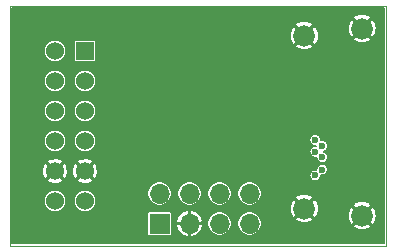
<source format=gbr>
G04 #@! TF.GenerationSoftware,KiCad,Pcbnew,5.1.9*
G04 #@! TF.CreationDate,2021-01-31T15:24:44-06:00*
G04 #@! TF.ProjectId,hdmi_pmod,68646d69-5f70-46d6-9f64-2e6b69636164,rev?*
G04 #@! TF.SameCoordinates,Original*
G04 #@! TF.FileFunction,Copper,L3,Inr*
G04 #@! TF.FilePolarity,Positive*
%FSLAX46Y46*%
G04 Gerber Fmt 4.6, Leading zero omitted, Abs format (unit mm)*
G04 Created by KiCad (PCBNEW 5.1.9) date 2021-01-31 15:24:44*
%MOMM*%
%LPD*%
G01*
G04 APERTURE LIST*
G04 #@! TA.AperFunction,Profile*
%ADD10C,0.038100*%
G04 #@! TD*
G04 #@! TA.AperFunction,ComponentPad*
%ADD11R,1.700000X1.700000*%
G04 #@! TD*
G04 #@! TA.AperFunction,ComponentPad*
%ADD12O,1.700000X1.700000*%
G04 #@! TD*
G04 #@! TA.AperFunction,ComponentPad*
%ADD13C,1.524000*%
G04 #@! TD*
G04 #@! TA.AperFunction,ComponentPad*
%ADD14R,1.524000X1.524000*%
G04 #@! TD*
G04 #@! TA.AperFunction,ComponentPad*
%ADD15C,1.828800*%
G04 #@! TD*
G04 #@! TA.AperFunction,ViaPad*
%ADD16C,0.600000*%
G04 #@! TD*
G04 #@! TA.AperFunction,Conductor*
%ADD17C,0.127000*%
G04 #@! TD*
G04 #@! TA.AperFunction,Conductor*
%ADD18C,0.100000*%
G04 #@! TD*
G04 APERTURE END LIST*
D10*
X116700000Y-84200000D02*
X84836000Y-84201000D01*
X116700000Y-63880000D02*
X116700000Y-84200000D01*
X84836000Y-63881000D02*
X116700000Y-63880000D01*
X84836000Y-84201000D02*
X84836000Y-63881000D01*
D11*
G04 #@! TO.N,+5V*
G04 #@! TO.C,J1*
X97525000Y-82325000D03*
D12*
G04 #@! TO.N,+3V3*
X97525000Y-79785000D03*
G04 #@! TO.N,GND*
X100065000Y-82325000D03*
G04 #@! TO.N,/CEC*
X100065000Y-79785000D03*
G04 #@! TO.N,/HEAC+*
X102605000Y-82325000D03*
G04 #@! TO.N,/SCL*
X102605000Y-79785000D03*
G04 #@! TO.N,/HEAC-*
X105145000Y-82325000D03*
G04 #@! TO.N,/SDA*
X105145000Y-79785000D03*
G04 #@! TD*
D13*
G04 #@! TO.N,+3V3*
G04 #@! TO.C,PMOD0*
X88671001Y-80416001D03*
X91211001Y-80416001D03*
G04 #@! TO.N,GND*
X88671001Y-77876001D03*
X91211001Y-77876001D03*
G04 #@! TO.N,/TMDS_R-*
X88671001Y-75336001D03*
G04 #@! TO.N,/TMDS_CLK-*
X91211001Y-75336001D03*
G04 #@! TO.N,/TMDS_R+*
X88671001Y-72796001D03*
G04 #@! TO.N,/TMDS_CLK+*
X91211001Y-72796001D03*
G04 #@! TO.N,/TMDS_B-*
X88671001Y-70256001D03*
G04 #@! TO.N,/TMDS_G-*
X91211001Y-70256001D03*
G04 #@! TO.N,/TMDS_B+*
X88671001Y-67716001D03*
D14*
G04 #@! TO.N,/TMDS_G+*
X91211001Y-67716001D03*
G04 #@! TD*
D15*
G04 #@! TO.N,GND*
G04 #@! TO.C,J0*
X109778800Y-66407020D03*
X109778800Y-81056978D03*
X114678790Y-65806945D03*
X114678790Y-81657053D03*
G04 #@! TD*
D16*
G04 #@! TO.N,GND*
X110700000Y-77250000D03*
X110700000Y-74250000D03*
X110700000Y-72750000D03*
X110700000Y-71250000D03*
X110700000Y-69800000D03*
X105100000Y-77200000D03*
G04 #@! TO.N,/CEC*
X110700000Y-75241500D03*
G04 #@! TO.N,/HEAC+*
X111300000Y-75750000D03*
G04 #@! TO.N,/SCL*
X110700000Y-76241488D03*
G04 #@! TO.N,/SDA*
X111300000Y-76700000D03*
G04 #@! TO.N,+5V*
X111300000Y-77750000D03*
G04 #@! TO.N,/HEAC-*
X110700000Y-78250000D03*
G04 #@! TD*
D17*
G04 #@! TO.N,GND*
X116490451Y-83990457D02*
X85045550Y-83991444D01*
X85045550Y-81475000D01*
X96483579Y-81475000D01*
X96483579Y-83175000D01*
X96487257Y-83212344D01*
X96498150Y-83248254D01*
X96515839Y-83281348D01*
X96539645Y-83310355D01*
X96568652Y-83334161D01*
X96601746Y-83351850D01*
X96637656Y-83362743D01*
X96675000Y-83366421D01*
X98375000Y-83366421D01*
X98412344Y-83362743D01*
X98448254Y-83351850D01*
X98481348Y-83334161D01*
X98510355Y-83310355D01*
X98534161Y-83281348D01*
X98551850Y-83248254D01*
X98562743Y-83212344D01*
X98566421Y-83175000D01*
X98566421Y-82570086D01*
X98923511Y-82570086D01*
X98993258Y-82788070D01*
X99104192Y-82988259D01*
X99252049Y-83162959D01*
X99431147Y-83305457D01*
X99634604Y-83410276D01*
X99819915Y-83466486D01*
X100001500Y-83411271D01*
X100001500Y-82388500D01*
X100128500Y-82388500D01*
X100128500Y-83411271D01*
X100310085Y-83466486D01*
X100495396Y-83410276D01*
X100698853Y-83305457D01*
X100877951Y-83162959D01*
X101025808Y-82988259D01*
X101136742Y-82788070D01*
X101206489Y-82570086D01*
X101151400Y-82388500D01*
X100128500Y-82388500D01*
X100001500Y-82388500D01*
X98978600Y-82388500D01*
X98923511Y-82570086D01*
X98566421Y-82570086D01*
X98566421Y-82079914D01*
X98923511Y-82079914D01*
X98978600Y-82261500D01*
X100001500Y-82261500D01*
X100001500Y-81238729D01*
X100128500Y-81238729D01*
X100128500Y-82261500D01*
X101151400Y-82261500D01*
X101163225Y-82222520D01*
X101564500Y-82222520D01*
X101564500Y-82427480D01*
X101604485Y-82628503D01*
X101682920Y-82817862D01*
X101796791Y-82988280D01*
X101941720Y-83133209D01*
X102112138Y-83247080D01*
X102301497Y-83325515D01*
X102502520Y-83365500D01*
X102707480Y-83365500D01*
X102908503Y-83325515D01*
X103097862Y-83247080D01*
X103268280Y-83133209D01*
X103413209Y-82988280D01*
X103527080Y-82817862D01*
X103605515Y-82628503D01*
X103645500Y-82427480D01*
X103645500Y-82222520D01*
X104104500Y-82222520D01*
X104104500Y-82427480D01*
X104144485Y-82628503D01*
X104222920Y-82817862D01*
X104336791Y-82988280D01*
X104481720Y-83133209D01*
X104652138Y-83247080D01*
X104841497Y-83325515D01*
X105042520Y-83365500D01*
X105247480Y-83365500D01*
X105448503Y-83325515D01*
X105637862Y-83247080D01*
X105808280Y-83133209D01*
X105953209Y-82988280D01*
X106067080Y-82817862D01*
X106145515Y-82628503D01*
X106167117Y-82519896D01*
X113905750Y-82519896D01*
X114003524Y-82694509D01*
X114218897Y-82806312D01*
X114451943Y-82873950D01*
X114693706Y-82894823D01*
X114934896Y-82868130D01*
X115166244Y-82794895D01*
X115354056Y-82694509D01*
X115451830Y-82519896D01*
X114678790Y-81746856D01*
X113905750Y-82519896D01*
X106167117Y-82519896D01*
X106185500Y-82427480D01*
X106185500Y-82222520D01*
X106145515Y-82021497D01*
X106103400Y-81919821D01*
X109005760Y-81919821D01*
X109103534Y-82094434D01*
X109318907Y-82206237D01*
X109551953Y-82273875D01*
X109793716Y-82294748D01*
X110034906Y-82268055D01*
X110266254Y-82194820D01*
X110454066Y-82094434D01*
X110551840Y-81919821D01*
X109778800Y-81146781D01*
X109005760Y-81919821D01*
X106103400Y-81919821D01*
X106067080Y-81832138D01*
X105953209Y-81661720D01*
X105808280Y-81516791D01*
X105637862Y-81402920D01*
X105448503Y-81324485D01*
X105247480Y-81284500D01*
X105042520Y-81284500D01*
X104841497Y-81324485D01*
X104652138Y-81402920D01*
X104481720Y-81516791D01*
X104336791Y-81661720D01*
X104222920Y-81832138D01*
X104144485Y-82021497D01*
X104104500Y-82222520D01*
X103645500Y-82222520D01*
X103605515Y-82021497D01*
X103527080Y-81832138D01*
X103413209Y-81661720D01*
X103268280Y-81516791D01*
X103097862Y-81402920D01*
X102908503Y-81324485D01*
X102707480Y-81284500D01*
X102502520Y-81284500D01*
X102301497Y-81324485D01*
X102112138Y-81402920D01*
X101941720Y-81516791D01*
X101796791Y-81661720D01*
X101682920Y-81832138D01*
X101604485Y-82021497D01*
X101564500Y-82222520D01*
X101163225Y-82222520D01*
X101206489Y-82079914D01*
X101136742Y-81861930D01*
X101025808Y-81661741D01*
X100877951Y-81487041D01*
X100698853Y-81344543D01*
X100495396Y-81239724D01*
X100310085Y-81183514D01*
X100128500Y-81238729D01*
X100001500Y-81238729D01*
X99819915Y-81183514D01*
X99634604Y-81239724D01*
X99431147Y-81344543D01*
X99252049Y-81487041D01*
X99104192Y-81661741D01*
X98993258Y-81861930D01*
X98923511Y-82079914D01*
X98566421Y-82079914D01*
X98566421Y-81475000D01*
X98562743Y-81437656D01*
X98551850Y-81401746D01*
X98534161Y-81368652D01*
X98510355Y-81339645D01*
X98481348Y-81315839D01*
X98448254Y-81298150D01*
X98412344Y-81287257D01*
X98375000Y-81283579D01*
X96675000Y-81283579D01*
X96637656Y-81287257D01*
X96601746Y-81298150D01*
X96568652Y-81315839D01*
X96539645Y-81339645D01*
X96515839Y-81368652D01*
X96498150Y-81401746D01*
X96487257Y-81437656D01*
X96483579Y-81475000D01*
X85045550Y-81475000D01*
X85045550Y-80322188D01*
X87718501Y-80322188D01*
X87718501Y-80509814D01*
X87755105Y-80693835D01*
X87826906Y-80867179D01*
X87931146Y-81023185D01*
X88063817Y-81155856D01*
X88219823Y-81260096D01*
X88393167Y-81331897D01*
X88577188Y-81368501D01*
X88764814Y-81368501D01*
X88948835Y-81331897D01*
X89122179Y-81260096D01*
X89278185Y-81155856D01*
X89410856Y-81023185D01*
X89515096Y-80867179D01*
X89586897Y-80693835D01*
X89623501Y-80509814D01*
X89623501Y-80322188D01*
X90258501Y-80322188D01*
X90258501Y-80509814D01*
X90295105Y-80693835D01*
X90366906Y-80867179D01*
X90471146Y-81023185D01*
X90603817Y-81155856D01*
X90759823Y-81260096D01*
X90933167Y-81331897D01*
X91117188Y-81368501D01*
X91304814Y-81368501D01*
X91488835Y-81331897D01*
X91662179Y-81260096D01*
X91818185Y-81155856D01*
X91902147Y-81071894D01*
X108541030Y-81071894D01*
X108567723Y-81313084D01*
X108640958Y-81544432D01*
X108741344Y-81732244D01*
X108915957Y-81830018D01*
X109688997Y-81056978D01*
X109868603Y-81056978D01*
X110641643Y-81830018D01*
X110816256Y-81732244D01*
X110847545Y-81671969D01*
X113441020Y-81671969D01*
X113467713Y-81913159D01*
X113540948Y-82144507D01*
X113641334Y-82332319D01*
X113815947Y-82430093D01*
X114588987Y-81657053D01*
X114768593Y-81657053D01*
X115541633Y-82430093D01*
X115716246Y-82332319D01*
X115828049Y-82116946D01*
X115895687Y-81883900D01*
X115916560Y-81642137D01*
X115889867Y-81400947D01*
X115816632Y-81169599D01*
X115716246Y-80981787D01*
X115541633Y-80884013D01*
X114768593Y-81657053D01*
X114588987Y-81657053D01*
X113815947Y-80884013D01*
X113641334Y-80981787D01*
X113529531Y-81197160D01*
X113461893Y-81430206D01*
X113441020Y-81671969D01*
X110847545Y-81671969D01*
X110928059Y-81516871D01*
X110995697Y-81283825D01*
X111016570Y-81042062D01*
X110989877Y-80800872D01*
X110987769Y-80794210D01*
X113905750Y-80794210D01*
X114678790Y-81567250D01*
X115451830Y-80794210D01*
X115354056Y-80619597D01*
X115138683Y-80507794D01*
X114905637Y-80440156D01*
X114663874Y-80419283D01*
X114422684Y-80445976D01*
X114191336Y-80519211D01*
X114003524Y-80619597D01*
X113905750Y-80794210D01*
X110987769Y-80794210D01*
X110916642Y-80569524D01*
X110816256Y-80381712D01*
X110641643Y-80283938D01*
X109868603Y-81056978D01*
X109688997Y-81056978D01*
X108915957Y-80283938D01*
X108741344Y-80381712D01*
X108629541Y-80597085D01*
X108561903Y-80830131D01*
X108541030Y-81071894D01*
X91902147Y-81071894D01*
X91950856Y-81023185D01*
X92055096Y-80867179D01*
X92126897Y-80693835D01*
X92163501Y-80509814D01*
X92163501Y-80322188D01*
X92126897Y-80138167D01*
X92055096Y-79964823D01*
X91950856Y-79808817D01*
X91824559Y-79682520D01*
X96484500Y-79682520D01*
X96484500Y-79887480D01*
X96524485Y-80088503D01*
X96602920Y-80277862D01*
X96716791Y-80448280D01*
X96861720Y-80593209D01*
X97032138Y-80707080D01*
X97221497Y-80785515D01*
X97422520Y-80825500D01*
X97627480Y-80825500D01*
X97828503Y-80785515D01*
X98017862Y-80707080D01*
X98188280Y-80593209D01*
X98333209Y-80448280D01*
X98447080Y-80277862D01*
X98525515Y-80088503D01*
X98565500Y-79887480D01*
X98565500Y-79682520D01*
X99024500Y-79682520D01*
X99024500Y-79887480D01*
X99064485Y-80088503D01*
X99142920Y-80277862D01*
X99256791Y-80448280D01*
X99401720Y-80593209D01*
X99572138Y-80707080D01*
X99761497Y-80785515D01*
X99962520Y-80825500D01*
X100167480Y-80825500D01*
X100368503Y-80785515D01*
X100557862Y-80707080D01*
X100728280Y-80593209D01*
X100873209Y-80448280D01*
X100987080Y-80277862D01*
X101065515Y-80088503D01*
X101105500Y-79887480D01*
X101105500Y-79682520D01*
X101564500Y-79682520D01*
X101564500Y-79887480D01*
X101604485Y-80088503D01*
X101682920Y-80277862D01*
X101796791Y-80448280D01*
X101941720Y-80593209D01*
X102112138Y-80707080D01*
X102301497Y-80785515D01*
X102502520Y-80825500D01*
X102707480Y-80825500D01*
X102908503Y-80785515D01*
X103097862Y-80707080D01*
X103268280Y-80593209D01*
X103413209Y-80448280D01*
X103527080Y-80277862D01*
X103605515Y-80088503D01*
X103645500Y-79887480D01*
X103645500Y-79682520D01*
X104104500Y-79682520D01*
X104104500Y-79887480D01*
X104144485Y-80088503D01*
X104222920Y-80277862D01*
X104336791Y-80448280D01*
X104481720Y-80593209D01*
X104652138Y-80707080D01*
X104841497Y-80785515D01*
X105042520Y-80825500D01*
X105247480Y-80825500D01*
X105448503Y-80785515D01*
X105637862Y-80707080D01*
X105808280Y-80593209D01*
X105953209Y-80448280D01*
X106067080Y-80277862D01*
X106101760Y-80194135D01*
X109005760Y-80194135D01*
X109778800Y-80967175D01*
X110551840Y-80194135D01*
X110454066Y-80019522D01*
X110238693Y-79907719D01*
X110005647Y-79840081D01*
X109763884Y-79819208D01*
X109522694Y-79845901D01*
X109291346Y-79919136D01*
X109103534Y-80019522D01*
X109005760Y-80194135D01*
X106101760Y-80194135D01*
X106145515Y-80088503D01*
X106185500Y-79887480D01*
X106185500Y-79682520D01*
X106145515Y-79481497D01*
X106067080Y-79292138D01*
X105953209Y-79121720D01*
X105808280Y-78976791D01*
X105637862Y-78862920D01*
X105448503Y-78784485D01*
X105247480Y-78744500D01*
X105042520Y-78744500D01*
X104841497Y-78784485D01*
X104652138Y-78862920D01*
X104481720Y-78976791D01*
X104336791Y-79121720D01*
X104222920Y-79292138D01*
X104144485Y-79481497D01*
X104104500Y-79682520D01*
X103645500Y-79682520D01*
X103605515Y-79481497D01*
X103527080Y-79292138D01*
X103413209Y-79121720D01*
X103268280Y-78976791D01*
X103097862Y-78862920D01*
X102908503Y-78784485D01*
X102707480Y-78744500D01*
X102502520Y-78744500D01*
X102301497Y-78784485D01*
X102112138Y-78862920D01*
X101941720Y-78976791D01*
X101796791Y-79121720D01*
X101682920Y-79292138D01*
X101604485Y-79481497D01*
X101564500Y-79682520D01*
X101105500Y-79682520D01*
X101065515Y-79481497D01*
X100987080Y-79292138D01*
X100873209Y-79121720D01*
X100728280Y-78976791D01*
X100557862Y-78862920D01*
X100368503Y-78784485D01*
X100167480Y-78744500D01*
X99962520Y-78744500D01*
X99761497Y-78784485D01*
X99572138Y-78862920D01*
X99401720Y-78976791D01*
X99256791Y-79121720D01*
X99142920Y-79292138D01*
X99064485Y-79481497D01*
X99024500Y-79682520D01*
X98565500Y-79682520D01*
X98525515Y-79481497D01*
X98447080Y-79292138D01*
X98333209Y-79121720D01*
X98188280Y-78976791D01*
X98017862Y-78862920D01*
X97828503Y-78784485D01*
X97627480Y-78744500D01*
X97422520Y-78744500D01*
X97221497Y-78784485D01*
X97032138Y-78862920D01*
X96861720Y-78976791D01*
X96716791Y-79121720D01*
X96602920Y-79292138D01*
X96524485Y-79481497D01*
X96484500Y-79682520D01*
X91824559Y-79682520D01*
X91818185Y-79676146D01*
X91662179Y-79571906D01*
X91488835Y-79500105D01*
X91304814Y-79463501D01*
X91117188Y-79463501D01*
X90933167Y-79500105D01*
X90759823Y-79571906D01*
X90603817Y-79676146D01*
X90471146Y-79808817D01*
X90366906Y-79964823D01*
X90295105Y-80138167D01*
X90258501Y-80322188D01*
X89623501Y-80322188D01*
X89586897Y-80138167D01*
X89515096Y-79964823D01*
X89410856Y-79808817D01*
X89278185Y-79676146D01*
X89122179Y-79571906D01*
X88948835Y-79500105D01*
X88764814Y-79463501D01*
X88577188Y-79463501D01*
X88393167Y-79500105D01*
X88219823Y-79571906D01*
X88063817Y-79676146D01*
X87931146Y-79808817D01*
X87826906Y-79964823D01*
X87755105Y-80138167D01*
X87718501Y-80322188D01*
X85045550Y-80322188D01*
X85045550Y-78630372D01*
X88006433Y-78630372D01*
X88085882Y-78789380D01*
X88275316Y-78885981D01*
X88479956Y-78943769D01*
X88691938Y-78960523D01*
X88903116Y-78935599D01*
X89105373Y-78869956D01*
X89256120Y-78789380D01*
X89335569Y-78630372D01*
X90546433Y-78630372D01*
X90625882Y-78789380D01*
X90815316Y-78885981D01*
X91019956Y-78943769D01*
X91231938Y-78960523D01*
X91443116Y-78935599D01*
X91645373Y-78869956D01*
X91796120Y-78789380D01*
X91875569Y-78630372D01*
X91211001Y-77965804D01*
X90546433Y-78630372D01*
X89335569Y-78630372D01*
X88671001Y-77965804D01*
X88006433Y-78630372D01*
X85045550Y-78630372D01*
X85045550Y-77896938D01*
X87586479Y-77896938D01*
X87611403Y-78108116D01*
X87677046Y-78310373D01*
X87757622Y-78461120D01*
X87916630Y-78540569D01*
X88581198Y-77876001D01*
X88760804Y-77876001D01*
X89425372Y-78540569D01*
X89584380Y-78461120D01*
X89680981Y-78271686D01*
X89738769Y-78067046D01*
X89752213Y-77896938D01*
X90126479Y-77896938D01*
X90151403Y-78108116D01*
X90217046Y-78310373D01*
X90297622Y-78461120D01*
X90456630Y-78540569D01*
X91121198Y-77876001D01*
X91300804Y-77876001D01*
X91965372Y-78540569D01*
X92124380Y-78461120D01*
X92220981Y-78271686D01*
X92240747Y-78201690D01*
X110209500Y-78201690D01*
X110209500Y-78298310D01*
X110228350Y-78393073D01*
X110265325Y-78482339D01*
X110319004Y-78562675D01*
X110387325Y-78630996D01*
X110467661Y-78684675D01*
X110556927Y-78721650D01*
X110651690Y-78740500D01*
X110748310Y-78740500D01*
X110843073Y-78721650D01*
X110932339Y-78684675D01*
X111012675Y-78630996D01*
X111080996Y-78562675D01*
X111134675Y-78482339D01*
X111171650Y-78393073D01*
X111190500Y-78298310D01*
X111190500Y-78228328D01*
X111251690Y-78240500D01*
X111348310Y-78240500D01*
X111443073Y-78221650D01*
X111532339Y-78184675D01*
X111612675Y-78130996D01*
X111680996Y-78062675D01*
X111734675Y-77982339D01*
X111771650Y-77893073D01*
X111790500Y-77798310D01*
X111790500Y-77701690D01*
X111771650Y-77606927D01*
X111734675Y-77517661D01*
X111680996Y-77437325D01*
X111612675Y-77369004D01*
X111532339Y-77315325D01*
X111443073Y-77278350D01*
X111348310Y-77259500D01*
X111251690Y-77259500D01*
X111156927Y-77278350D01*
X111067661Y-77315325D01*
X110987325Y-77369004D01*
X110919004Y-77437325D01*
X110865325Y-77517661D01*
X110828350Y-77606927D01*
X110809500Y-77701690D01*
X110809500Y-77771672D01*
X110748310Y-77759500D01*
X110651690Y-77759500D01*
X110556927Y-77778350D01*
X110467661Y-77815325D01*
X110387325Y-77869004D01*
X110319004Y-77937325D01*
X110265325Y-78017661D01*
X110228350Y-78106927D01*
X110209500Y-78201690D01*
X92240747Y-78201690D01*
X92278769Y-78067046D01*
X92295523Y-77855064D01*
X92270599Y-77643886D01*
X92204956Y-77441629D01*
X92124380Y-77290882D01*
X91965372Y-77211433D01*
X91300804Y-77876001D01*
X91121198Y-77876001D01*
X90456630Y-77211433D01*
X90297622Y-77290882D01*
X90201021Y-77480316D01*
X90143233Y-77684956D01*
X90126479Y-77896938D01*
X89752213Y-77896938D01*
X89755523Y-77855064D01*
X89730599Y-77643886D01*
X89664956Y-77441629D01*
X89584380Y-77290882D01*
X89425372Y-77211433D01*
X88760804Y-77876001D01*
X88581198Y-77876001D01*
X87916630Y-77211433D01*
X87757622Y-77290882D01*
X87661021Y-77480316D01*
X87603233Y-77684956D01*
X87586479Y-77896938D01*
X85045550Y-77896938D01*
X85045550Y-77121630D01*
X88006433Y-77121630D01*
X88671001Y-77786198D01*
X89335569Y-77121630D01*
X90546433Y-77121630D01*
X91211001Y-77786198D01*
X91875569Y-77121630D01*
X91796120Y-76962622D01*
X91606686Y-76866021D01*
X91402046Y-76808233D01*
X91190064Y-76791479D01*
X90978886Y-76816403D01*
X90776629Y-76882046D01*
X90625882Y-76962622D01*
X90546433Y-77121630D01*
X89335569Y-77121630D01*
X89256120Y-76962622D01*
X89066686Y-76866021D01*
X88862046Y-76808233D01*
X88650064Y-76791479D01*
X88438886Y-76816403D01*
X88236629Y-76882046D01*
X88085882Y-76962622D01*
X88006433Y-77121630D01*
X85045550Y-77121630D01*
X85045550Y-75242188D01*
X87718501Y-75242188D01*
X87718501Y-75429814D01*
X87755105Y-75613835D01*
X87826906Y-75787179D01*
X87931146Y-75943185D01*
X88063817Y-76075856D01*
X88219823Y-76180096D01*
X88393167Y-76251897D01*
X88577188Y-76288501D01*
X88764814Y-76288501D01*
X88948835Y-76251897D01*
X89122179Y-76180096D01*
X89278185Y-76075856D01*
X89410856Y-75943185D01*
X89515096Y-75787179D01*
X89586897Y-75613835D01*
X89623501Y-75429814D01*
X89623501Y-75242188D01*
X90258501Y-75242188D01*
X90258501Y-75429814D01*
X90295105Y-75613835D01*
X90366906Y-75787179D01*
X90471146Y-75943185D01*
X90603817Y-76075856D01*
X90759823Y-76180096D01*
X90933167Y-76251897D01*
X91117188Y-76288501D01*
X91304814Y-76288501D01*
X91488835Y-76251897D01*
X91662179Y-76180096D01*
X91818185Y-76075856D01*
X91950856Y-75943185D01*
X92055096Y-75787179D01*
X92126897Y-75613835D01*
X92163501Y-75429814D01*
X92163501Y-75242188D01*
X92153755Y-75193190D01*
X110209500Y-75193190D01*
X110209500Y-75289810D01*
X110228350Y-75384573D01*
X110265325Y-75473839D01*
X110319004Y-75554175D01*
X110387325Y-75622496D01*
X110467661Y-75676175D01*
X110556927Y-75713150D01*
X110651690Y-75732000D01*
X110748310Y-75732000D01*
X110809500Y-75719828D01*
X110809500Y-75763160D01*
X110748310Y-75750988D01*
X110651690Y-75750988D01*
X110556927Y-75769838D01*
X110467661Y-75806813D01*
X110387325Y-75860492D01*
X110319004Y-75928813D01*
X110265325Y-76009149D01*
X110228350Y-76098415D01*
X110209500Y-76193178D01*
X110209500Y-76289798D01*
X110228350Y-76384561D01*
X110265325Y-76473827D01*
X110319004Y-76554163D01*
X110387325Y-76622484D01*
X110467661Y-76676163D01*
X110556927Y-76713138D01*
X110651690Y-76731988D01*
X110748310Y-76731988D01*
X110809500Y-76719816D01*
X110809500Y-76748310D01*
X110828350Y-76843073D01*
X110865325Y-76932339D01*
X110919004Y-77012675D01*
X110987325Y-77080996D01*
X111067661Y-77134675D01*
X111156927Y-77171650D01*
X111251690Y-77190500D01*
X111348310Y-77190500D01*
X111443073Y-77171650D01*
X111532339Y-77134675D01*
X111612675Y-77080996D01*
X111680996Y-77012675D01*
X111734675Y-76932339D01*
X111771650Y-76843073D01*
X111790500Y-76748310D01*
X111790500Y-76651690D01*
X111771650Y-76556927D01*
X111734675Y-76467661D01*
X111680996Y-76387325D01*
X111612675Y-76319004D01*
X111532339Y-76265325D01*
X111443073Y-76228350D01*
X111426232Y-76225000D01*
X111443073Y-76221650D01*
X111532339Y-76184675D01*
X111612675Y-76130996D01*
X111680996Y-76062675D01*
X111734675Y-75982339D01*
X111771650Y-75893073D01*
X111790500Y-75798310D01*
X111790500Y-75701690D01*
X111771650Y-75606927D01*
X111734675Y-75517661D01*
X111680996Y-75437325D01*
X111612675Y-75369004D01*
X111532339Y-75315325D01*
X111443073Y-75278350D01*
X111348310Y-75259500D01*
X111251690Y-75259500D01*
X111190500Y-75271672D01*
X111190500Y-75193190D01*
X111171650Y-75098427D01*
X111134675Y-75009161D01*
X111080996Y-74928825D01*
X111012675Y-74860504D01*
X110932339Y-74806825D01*
X110843073Y-74769850D01*
X110748310Y-74751000D01*
X110651690Y-74751000D01*
X110556927Y-74769850D01*
X110467661Y-74806825D01*
X110387325Y-74860504D01*
X110319004Y-74928825D01*
X110265325Y-75009161D01*
X110228350Y-75098427D01*
X110209500Y-75193190D01*
X92153755Y-75193190D01*
X92126897Y-75058167D01*
X92055096Y-74884823D01*
X91950856Y-74728817D01*
X91818185Y-74596146D01*
X91662179Y-74491906D01*
X91488835Y-74420105D01*
X91304814Y-74383501D01*
X91117188Y-74383501D01*
X90933167Y-74420105D01*
X90759823Y-74491906D01*
X90603817Y-74596146D01*
X90471146Y-74728817D01*
X90366906Y-74884823D01*
X90295105Y-75058167D01*
X90258501Y-75242188D01*
X89623501Y-75242188D01*
X89586897Y-75058167D01*
X89515096Y-74884823D01*
X89410856Y-74728817D01*
X89278185Y-74596146D01*
X89122179Y-74491906D01*
X88948835Y-74420105D01*
X88764814Y-74383501D01*
X88577188Y-74383501D01*
X88393167Y-74420105D01*
X88219823Y-74491906D01*
X88063817Y-74596146D01*
X87931146Y-74728817D01*
X87826906Y-74884823D01*
X87755105Y-75058167D01*
X87718501Y-75242188D01*
X85045550Y-75242188D01*
X85045550Y-72702188D01*
X87718501Y-72702188D01*
X87718501Y-72889814D01*
X87755105Y-73073835D01*
X87826906Y-73247179D01*
X87931146Y-73403185D01*
X88063817Y-73535856D01*
X88219823Y-73640096D01*
X88393167Y-73711897D01*
X88577188Y-73748501D01*
X88764814Y-73748501D01*
X88948835Y-73711897D01*
X89122179Y-73640096D01*
X89278185Y-73535856D01*
X89410856Y-73403185D01*
X89515096Y-73247179D01*
X89586897Y-73073835D01*
X89623501Y-72889814D01*
X89623501Y-72702188D01*
X90258501Y-72702188D01*
X90258501Y-72889814D01*
X90295105Y-73073835D01*
X90366906Y-73247179D01*
X90471146Y-73403185D01*
X90603817Y-73535856D01*
X90759823Y-73640096D01*
X90933167Y-73711897D01*
X91117188Y-73748501D01*
X91304814Y-73748501D01*
X91488835Y-73711897D01*
X91662179Y-73640096D01*
X91818185Y-73535856D01*
X91950856Y-73403185D01*
X92055096Y-73247179D01*
X92126897Y-73073835D01*
X92163501Y-72889814D01*
X92163501Y-72702188D01*
X92126897Y-72518167D01*
X92055096Y-72344823D01*
X91950856Y-72188817D01*
X91818185Y-72056146D01*
X91662179Y-71951906D01*
X91488835Y-71880105D01*
X91304814Y-71843501D01*
X91117188Y-71843501D01*
X90933167Y-71880105D01*
X90759823Y-71951906D01*
X90603817Y-72056146D01*
X90471146Y-72188817D01*
X90366906Y-72344823D01*
X90295105Y-72518167D01*
X90258501Y-72702188D01*
X89623501Y-72702188D01*
X89586897Y-72518167D01*
X89515096Y-72344823D01*
X89410856Y-72188817D01*
X89278185Y-72056146D01*
X89122179Y-71951906D01*
X88948835Y-71880105D01*
X88764814Y-71843501D01*
X88577188Y-71843501D01*
X88393167Y-71880105D01*
X88219823Y-71951906D01*
X88063817Y-72056146D01*
X87931146Y-72188817D01*
X87826906Y-72344823D01*
X87755105Y-72518167D01*
X87718501Y-72702188D01*
X85045550Y-72702188D01*
X85045550Y-70162188D01*
X87718501Y-70162188D01*
X87718501Y-70349814D01*
X87755105Y-70533835D01*
X87826906Y-70707179D01*
X87931146Y-70863185D01*
X88063817Y-70995856D01*
X88219823Y-71100096D01*
X88393167Y-71171897D01*
X88577188Y-71208501D01*
X88764814Y-71208501D01*
X88948835Y-71171897D01*
X89122179Y-71100096D01*
X89278185Y-70995856D01*
X89410856Y-70863185D01*
X89515096Y-70707179D01*
X89586897Y-70533835D01*
X89623501Y-70349814D01*
X89623501Y-70162188D01*
X90258501Y-70162188D01*
X90258501Y-70349814D01*
X90295105Y-70533835D01*
X90366906Y-70707179D01*
X90471146Y-70863185D01*
X90603817Y-70995856D01*
X90759823Y-71100096D01*
X90933167Y-71171897D01*
X91117188Y-71208501D01*
X91304814Y-71208501D01*
X91488835Y-71171897D01*
X91662179Y-71100096D01*
X91818185Y-70995856D01*
X91950856Y-70863185D01*
X92055096Y-70707179D01*
X92126897Y-70533835D01*
X92163501Y-70349814D01*
X92163501Y-70162188D01*
X92126897Y-69978167D01*
X92055096Y-69804823D01*
X91950856Y-69648817D01*
X91818185Y-69516146D01*
X91662179Y-69411906D01*
X91488835Y-69340105D01*
X91304814Y-69303501D01*
X91117188Y-69303501D01*
X90933167Y-69340105D01*
X90759823Y-69411906D01*
X90603817Y-69516146D01*
X90471146Y-69648817D01*
X90366906Y-69804823D01*
X90295105Y-69978167D01*
X90258501Y-70162188D01*
X89623501Y-70162188D01*
X89586897Y-69978167D01*
X89515096Y-69804823D01*
X89410856Y-69648817D01*
X89278185Y-69516146D01*
X89122179Y-69411906D01*
X88948835Y-69340105D01*
X88764814Y-69303501D01*
X88577188Y-69303501D01*
X88393167Y-69340105D01*
X88219823Y-69411906D01*
X88063817Y-69516146D01*
X87931146Y-69648817D01*
X87826906Y-69804823D01*
X87755105Y-69978167D01*
X87718501Y-70162188D01*
X85045550Y-70162188D01*
X85045550Y-67622188D01*
X87718501Y-67622188D01*
X87718501Y-67809814D01*
X87755105Y-67993835D01*
X87826906Y-68167179D01*
X87931146Y-68323185D01*
X88063817Y-68455856D01*
X88219823Y-68560096D01*
X88393167Y-68631897D01*
X88577188Y-68668501D01*
X88764814Y-68668501D01*
X88948835Y-68631897D01*
X89122179Y-68560096D01*
X89278185Y-68455856D01*
X89410856Y-68323185D01*
X89515096Y-68167179D01*
X89586897Y-67993835D01*
X89623501Y-67809814D01*
X89623501Y-67622188D01*
X89586897Y-67438167D01*
X89515096Y-67264823D01*
X89410856Y-67108817D01*
X89278185Y-66976146D01*
X89245043Y-66954001D01*
X90257580Y-66954001D01*
X90257580Y-68478001D01*
X90261258Y-68515345D01*
X90272151Y-68551255D01*
X90289840Y-68584349D01*
X90313646Y-68613356D01*
X90342653Y-68637162D01*
X90375747Y-68654851D01*
X90411657Y-68665744D01*
X90449001Y-68669422D01*
X91973001Y-68669422D01*
X92010345Y-68665744D01*
X92046255Y-68654851D01*
X92079349Y-68637162D01*
X92108356Y-68613356D01*
X92132162Y-68584349D01*
X92149851Y-68551255D01*
X92160744Y-68515345D01*
X92164422Y-68478001D01*
X92164422Y-67269863D01*
X109005760Y-67269863D01*
X109103534Y-67444476D01*
X109318907Y-67556279D01*
X109551953Y-67623917D01*
X109793716Y-67644790D01*
X110034906Y-67618097D01*
X110266254Y-67544862D01*
X110454066Y-67444476D01*
X110551840Y-67269863D01*
X109778800Y-66496823D01*
X109005760Y-67269863D01*
X92164422Y-67269863D01*
X92164422Y-66954001D01*
X92160744Y-66916657D01*
X92149851Y-66880747D01*
X92132162Y-66847653D01*
X92108356Y-66818646D01*
X92079349Y-66794840D01*
X92046255Y-66777151D01*
X92010345Y-66766258D01*
X91973001Y-66762580D01*
X90449001Y-66762580D01*
X90411657Y-66766258D01*
X90375747Y-66777151D01*
X90342653Y-66794840D01*
X90313646Y-66818646D01*
X90289840Y-66847653D01*
X90272151Y-66880747D01*
X90261258Y-66916657D01*
X90257580Y-66954001D01*
X89245043Y-66954001D01*
X89122179Y-66871906D01*
X88948835Y-66800105D01*
X88764814Y-66763501D01*
X88577188Y-66763501D01*
X88393167Y-66800105D01*
X88219823Y-66871906D01*
X88063817Y-66976146D01*
X87931146Y-67108817D01*
X87826906Y-67264823D01*
X87755105Y-67438167D01*
X87718501Y-67622188D01*
X85045550Y-67622188D01*
X85045550Y-66421936D01*
X108541030Y-66421936D01*
X108567723Y-66663126D01*
X108640958Y-66894474D01*
X108741344Y-67082286D01*
X108915957Y-67180060D01*
X109688997Y-66407020D01*
X109868603Y-66407020D01*
X110641643Y-67180060D01*
X110816256Y-67082286D01*
X110928059Y-66866913D01*
X110985271Y-66669788D01*
X113905750Y-66669788D01*
X114003524Y-66844401D01*
X114218897Y-66956204D01*
X114451943Y-67023842D01*
X114693706Y-67044715D01*
X114934896Y-67018022D01*
X115166244Y-66944787D01*
X115354056Y-66844401D01*
X115451830Y-66669788D01*
X114678790Y-65896748D01*
X113905750Y-66669788D01*
X110985271Y-66669788D01*
X110995697Y-66633867D01*
X111016570Y-66392104D01*
X110989877Y-66150914D01*
X110916642Y-65919566D01*
X110864419Y-65821861D01*
X113441020Y-65821861D01*
X113467713Y-66063051D01*
X113540948Y-66294399D01*
X113641334Y-66482211D01*
X113815947Y-66579985D01*
X114588987Y-65806945D01*
X114768593Y-65806945D01*
X115541633Y-66579985D01*
X115716246Y-66482211D01*
X115828049Y-66266838D01*
X115895687Y-66033792D01*
X115916560Y-65792029D01*
X115889867Y-65550839D01*
X115816632Y-65319491D01*
X115716246Y-65131679D01*
X115541633Y-65033905D01*
X114768593Y-65806945D01*
X114588987Y-65806945D01*
X113815947Y-65033905D01*
X113641334Y-65131679D01*
X113529531Y-65347052D01*
X113461893Y-65580098D01*
X113441020Y-65821861D01*
X110864419Y-65821861D01*
X110816256Y-65731754D01*
X110641643Y-65633980D01*
X109868603Y-66407020D01*
X109688997Y-66407020D01*
X108915957Y-65633980D01*
X108741344Y-65731754D01*
X108629541Y-65947127D01*
X108561903Y-66180173D01*
X108541030Y-66421936D01*
X85045550Y-66421936D01*
X85045550Y-65544177D01*
X109005760Y-65544177D01*
X109778800Y-66317217D01*
X110551840Y-65544177D01*
X110454066Y-65369564D01*
X110238693Y-65257761D01*
X110005647Y-65190123D01*
X109763884Y-65169250D01*
X109522694Y-65195943D01*
X109291346Y-65269178D01*
X109103534Y-65369564D01*
X109005760Y-65544177D01*
X85045550Y-65544177D01*
X85045550Y-64944102D01*
X113905750Y-64944102D01*
X114678790Y-65717142D01*
X115451830Y-64944102D01*
X115354056Y-64769489D01*
X115138683Y-64657686D01*
X114905637Y-64590048D01*
X114663874Y-64569175D01*
X114422684Y-64595868D01*
X114191336Y-64669103D01*
X114003524Y-64769489D01*
X113905750Y-64944102D01*
X85045550Y-64944102D01*
X85045550Y-64090543D01*
X116490450Y-64089556D01*
X116490451Y-83990457D01*
G04 #@! TA.AperFunction,Conductor*
D18*
G36*
X116490451Y-83990457D02*
G01*
X85045550Y-83991444D01*
X85045550Y-81475000D01*
X96483579Y-81475000D01*
X96483579Y-83175000D01*
X96487257Y-83212344D01*
X96498150Y-83248254D01*
X96515839Y-83281348D01*
X96539645Y-83310355D01*
X96568652Y-83334161D01*
X96601746Y-83351850D01*
X96637656Y-83362743D01*
X96675000Y-83366421D01*
X98375000Y-83366421D01*
X98412344Y-83362743D01*
X98448254Y-83351850D01*
X98481348Y-83334161D01*
X98510355Y-83310355D01*
X98534161Y-83281348D01*
X98551850Y-83248254D01*
X98562743Y-83212344D01*
X98566421Y-83175000D01*
X98566421Y-82570086D01*
X98923511Y-82570086D01*
X98993258Y-82788070D01*
X99104192Y-82988259D01*
X99252049Y-83162959D01*
X99431147Y-83305457D01*
X99634604Y-83410276D01*
X99819915Y-83466486D01*
X100001500Y-83411271D01*
X100001500Y-82388500D01*
X100128500Y-82388500D01*
X100128500Y-83411271D01*
X100310085Y-83466486D01*
X100495396Y-83410276D01*
X100698853Y-83305457D01*
X100877951Y-83162959D01*
X101025808Y-82988259D01*
X101136742Y-82788070D01*
X101206489Y-82570086D01*
X101151400Y-82388500D01*
X100128500Y-82388500D01*
X100001500Y-82388500D01*
X98978600Y-82388500D01*
X98923511Y-82570086D01*
X98566421Y-82570086D01*
X98566421Y-82079914D01*
X98923511Y-82079914D01*
X98978600Y-82261500D01*
X100001500Y-82261500D01*
X100001500Y-81238729D01*
X100128500Y-81238729D01*
X100128500Y-82261500D01*
X101151400Y-82261500D01*
X101163225Y-82222520D01*
X101564500Y-82222520D01*
X101564500Y-82427480D01*
X101604485Y-82628503D01*
X101682920Y-82817862D01*
X101796791Y-82988280D01*
X101941720Y-83133209D01*
X102112138Y-83247080D01*
X102301497Y-83325515D01*
X102502520Y-83365500D01*
X102707480Y-83365500D01*
X102908503Y-83325515D01*
X103097862Y-83247080D01*
X103268280Y-83133209D01*
X103413209Y-82988280D01*
X103527080Y-82817862D01*
X103605515Y-82628503D01*
X103645500Y-82427480D01*
X103645500Y-82222520D01*
X104104500Y-82222520D01*
X104104500Y-82427480D01*
X104144485Y-82628503D01*
X104222920Y-82817862D01*
X104336791Y-82988280D01*
X104481720Y-83133209D01*
X104652138Y-83247080D01*
X104841497Y-83325515D01*
X105042520Y-83365500D01*
X105247480Y-83365500D01*
X105448503Y-83325515D01*
X105637862Y-83247080D01*
X105808280Y-83133209D01*
X105953209Y-82988280D01*
X106067080Y-82817862D01*
X106145515Y-82628503D01*
X106167117Y-82519896D01*
X113905750Y-82519896D01*
X114003524Y-82694509D01*
X114218897Y-82806312D01*
X114451943Y-82873950D01*
X114693706Y-82894823D01*
X114934896Y-82868130D01*
X115166244Y-82794895D01*
X115354056Y-82694509D01*
X115451830Y-82519896D01*
X114678790Y-81746856D01*
X113905750Y-82519896D01*
X106167117Y-82519896D01*
X106185500Y-82427480D01*
X106185500Y-82222520D01*
X106145515Y-82021497D01*
X106103400Y-81919821D01*
X109005760Y-81919821D01*
X109103534Y-82094434D01*
X109318907Y-82206237D01*
X109551953Y-82273875D01*
X109793716Y-82294748D01*
X110034906Y-82268055D01*
X110266254Y-82194820D01*
X110454066Y-82094434D01*
X110551840Y-81919821D01*
X109778800Y-81146781D01*
X109005760Y-81919821D01*
X106103400Y-81919821D01*
X106067080Y-81832138D01*
X105953209Y-81661720D01*
X105808280Y-81516791D01*
X105637862Y-81402920D01*
X105448503Y-81324485D01*
X105247480Y-81284500D01*
X105042520Y-81284500D01*
X104841497Y-81324485D01*
X104652138Y-81402920D01*
X104481720Y-81516791D01*
X104336791Y-81661720D01*
X104222920Y-81832138D01*
X104144485Y-82021497D01*
X104104500Y-82222520D01*
X103645500Y-82222520D01*
X103605515Y-82021497D01*
X103527080Y-81832138D01*
X103413209Y-81661720D01*
X103268280Y-81516791D01*
X103097862Y-81402920D01*
X102908503Y-81324485D01*
X102707480Y-81284500D01*
X102502520Y-81284500D01*
X102301497Y-81324485D01*
X102112138Y-81402920D01*
X101941720Y-81516791D01*
X101796791Y-81661720D01*
X101682920Y-81832138D01*
X101604485Y-82021497D01*
X101564500Y-82222520D01*
X101163225Y-82222520D01*
X101206489Y-82079914D01*
X101136742Y-81861930D01*
X101025808Y-81661741D01*
X100877951Y-81487041D01*
X100698853Y-81344543D01*
X100495396Y-81239724D01*
X100310085Y-81183514D01*
X100128500Y-81238729D01*
X100001500Y-81238729D01*
X99819915Y-81183514D01*
X99634604Y-81239724D01*
X99431147Y-81344543D01*
X99252049Y-81487041D01*
X99104192Y-81661741D01*
X98993258Y-81861930D01*
X98923511Y-82079914D01*
X98566421Y-82079914D01*
X98566421Y-81475000D01*
X98562743Y-81437656D01*
X98551850Y-81401746D01*
X98534161Y-81368652D01*
X98510355Y-81339645D01*
X98481348Y-81315839D01*
X98448254Y-81298150D01*
X98412344Y-81287257D01*
X98375000Y-81283579D01*
X96675000Y-81283579D01*
X96637656Y-81287257D01*
X96601746Y-81298150D01*
X96568652Y-81315839D01*
X96539645Y-81339645D01*
X96515839Y-81368652D01*
X96498150Y-81401746D01*
X96487257Y-81437656D01*
X96483579Y-81475000D01*
X85045550Y-81475000D01*
X85045550Y-80322188D01*
X87718501Y-80322188D01*
X87718501Y-80509814D01*
X87755105Y-80693835D01*
X87826906Y-80867179D01*
X87931146Y-81023185D01*
X88063817Y-81155856D01*
X88219823Y-81260096D01*
X88393167Y-81331897D01*
X88577188Y-81368501D01*
X88764814Y-81368501D01*
X88948835Y-81331897D01*
X89122179Y-81260096D01*
X89278185Y-81155856D01*
X89410856Y-81023185D01*
X89515096Y-80867179D01*
X89586897Y-80693835D01*
X89623501Y-80509814D01*
X89623501Y-80322188D01*
X90258501Y-80322188D01*
X90258501Y-80509814D01*
X90295105Y-80693835D01*
X90366906Y-80867179D01*
X90471146Y-81023185D01*
X90603817Y-81155856D01*
X90759823Y-81260096D01*
X90933167Y-81331897D01*
X91117188Y-81368501D01*
X91304814Y-81368501D01*
X91488835Y-81331897D01*
X91662179Y-81260096D01*
X91818185Y-81155856D01*
X91902147Y-81071894D01*
X108541030Y-81071894D01*
X108567723Y-81313084D01*
X108640958Y-81544432D01*
X108741344Y-81732244D01*
X108915957Y-81830018D01*
X109688997Y-81056978D01*
X109868603Y-81056978D01*
X110641643Y-81830018D01*
X110816256Y-81732244D01*
X110847545Y-81671969D01*
X113441020Y-81671969D01*
X113467713Y-81913159D01*
X113540948Y-82144507D01*
X113641334Y-82332319D01*
X113815947Y-82430093D01*
X114588987Y-81657053D01*
X114768593Y-81657053D01*
X115541633Y-82430093D01*
X115716246Y-82332319D01*
X115828049Y-82116946D01*
X115895687Y-81883900D01*
X115916560Y-81642137D01*
X115889867Y-81400947D01*
X115816632Y-81169599D01*
X115716246Y-80981787D01*
X115541633Y-80884013D01*
X114768593Y-81657053D01*
X114588987Y-81657053D01*
X113815947Y-80884013D01*
X113641334Y-80981787D01*
X113529531Y-81197160D01*
X113461893Y-81430206D01*
X113441020Y-81671969D01*
X110847545Y-81671969D01*
X110928059Y-81516871D01*
X110995697Y-81283825D01*
X111016570Y-81042062D01*
X110989877Y-80800872D01*
X110987769Y-80794210D01*
X113905750Y-80794210D01*
X114678790Y-81567250D01*
X115451830Y-80794210D01*
X115354056Y-80619597D01*
X115138683Y-80507794D01*
X114905637Y-80440156D01*
X114663874Y-80419283D01*
X114422684Y-80445976D01*
X114191336Y-80519211D01*
X114003524Y-80619597D01*
X113905750Y-80794210D01*
X110987769Y-80794210D01*
X110916642Y-80569524D01*
X110816256Y-80381712D01*
X110641643Y-80283938D01*
X109868603Y-81056978D01*
X109688997Y-81056978D01*
X108915957Y-80283938D01*
X108741344Y-80381712D01*
X108629541Y-80597085D01*
X108561903Y-80830131D01*
X108541030Y-81071894D01*
X91902147Y-81071894D01*
X91950856Y-81023185D01*
X92055096Y-80867179D01*
X92126897Y-80693835D01*
X92163501Y-80509814D01*
X92163501Y-80322188D01*
X92126897Y-80138167D01*
X92055096Y-79964823D01*
X91950856Y-79808817D01*
X91824559Y-79682520D01*
X96484500Y-79682520D01*
X96484500Y-79887480D01*
X96524485Y-80088503D01*
X96602920Y-80277862D01*
X96716791Y-80448280D01*
X96861720Y-80593209D01*
X97032138Y-80707080D01*
X97221497Y-80785515D01*
X97422520Y-80825500D01*
X97627480Y-80825500D01*
X97828503Y-80785515D01*
X98017862Y-80707080D01*
X98188280Y-80593209D01*
X98333209Y-80448280D01*
X98447080Y-80277862D01*
X98525515Y-80088503D01*
X98565500Y-79887480D01*
X98565500Y-79682520D01*
X99024500Y-79682520D01*
X99024500Y-79887480D01*
X99064485Y-80088503D01*
X99142920Y-80277862D01*
X99256791Y-80448280D01*
X99401720Y-80593209D01*
X99572138Y-80707080D01*
X99761497Y-80785515D01*
X99962520Y-80825500D01*
X100167480Y-80825500D01*
X100368503Y-80785515D01*
X100557862Y-80707080D01*
X100728280Y-80593209D01*
X100873209Y-80448280D01*
X100987080Y-80277862D01*
X101065515Y-80088503D01*
X101105500Y-79887480D01*
X101105500Y-79682520D01*
X101564500Y-79682520D01*
X101564500Y-79887480D01*
X101604485Y-80088503D01*
X101682920Y-80277862D01*
X101796791Y-80448280D01*
X101941720Y-80593209D01*
X102112138Y-80707080D01*
X102301497Y-80785515D01*
X102502520Y-80825500D01*
X102707480Y-80825500D01*
X102908503Y-80785515D01*
X103097862Y-80707080D01*
X103268280Y-80593209D01*
X103413209Y-80448280D01*
X103527080Y-80277862D01*
X103605515Y-80088503D01*
X103645500Y-79887480D01*
X103645500Y-79682520D01*
X104104500Y-79682520D01*
X104104500Y-79887480D01*
X104144485Y-80088503D01*
X104222920Y-80277862D01*
X104336791Y-80448280D01*
X104481720Y-80593209D01*
X104652138Y-80707080D01*
X104841497Y-80785515D01*
X105042520Y-80825500D01*
X105247480Y-80825500D01*
X105448503Y-80785515D01*
X105637862Y-80707080D01*
X105808280Y-80593209D01*
X105953209Y-80448280D01*
X106067080Y-80277862D01*
X106101760Y-80194135D01*
X109005760Y-80194135D01*
X109778800Y-80967175D01*
X110551840Y-80194135D01*
X110454066Y-80019522D01*
X110238693Y-79907719D01*
X110005647Y-79840081D01*
X109763884Y-79819208D01*
X109522694Y-79845901D01*
X109291346Y-79919136D01*
X109103534Y-80019522D01*
X109005760Y-80194135D01*
X106101760Y-80194135D01*
X106145515Y-80088503D01*
X106185500Y-79887480D01*
X106185500Y-79682520D01*
X106145515Y-79481497D01*
X106067080Y-79292138D01*
X105953209Y-79121720D01*
X105808280Y-78976791D01*
X105637862Y-78862920D01*
X105448503Y-78784485D01*
X105247480Y-78744500D01*
X105042520Y-78744500D01*
X104841497Y-78784485D01*
X104652138Y-78862920D01*
X104481720Y-78976791D01*
X104336791Y-79121720D01*
X104222920Y-79292138D01*
X104144485Y-79481497D01*
X104104500Y-79682520D01*
X103645500Y-79682520D01*
X103605515Y-79481497D01*
X103527080Y-79292138D01*
X103413209Y-79121720D01*
X103268280Y-78976791D01*
X103097862Y-78862920D01*
X102908503Y-78784485D01*
X102707480Y-78744500D01*
X102502520Y-78744500D01*
X102301497Y-78784485D01*
X102112138Y-78862920D01*
X101941720Y-78976791D01*
X101796791Y-79121720D01*
X101682920Y-79292138D01*
X101604485Y-79481497D01*
X101564500Y-79682520D01*
X101105500Y-79682520D01*
X101065515Y-79481497D01*
X100987080Y-79292138D01*
X100873209Y-79121720D01*
X100728280Y-78976791D01*
X100557862Y-78862920D01*
X100368503Y-78784485D01*
X100167480Y-78744500D01*
X99962520Y-78744500D01*
X99761497Y-78784485D01*
X99572138Y-78862920D01*
X99401720Y-78976791D01*
X99256791Y-79121720D01*
X99142920Y-79292138D01*
X99064485Y-79481497D01*
X99024500Y-79682520D01*
X98565500Y-79682520D01*
X98525515Y-79481497D01*
X98447080Y-79292138D01*
X98333209Y-79121720D01*
X98188280Y-78976791D01*
X98017862Y-78862920D01*
X97828503Y-78784485D01*
X97627480Y-78744500D01*
X97422520Y-78744500D01*
X97221497Y-78784485D01*
X97032138Y-78862920D01*
X96861720Y-78976791D01*
X96716791Y-79121720D01*
X96602920Y-79292138D01*
X96524485Y-79481497D01*
X96484500Y-79682520D01*
X91824559Y-79682520D01*
X91818185Y-79676146D01*
X91662179Y-79571906D01*
X91488835Y-79500105D01*
X91304814Y-79463501D01*
X91117188Y-79463501D01*
X90933167Y-79500105D01*
X90759823Y-79571906D01*
X90603817Y-79676146D01*
X90471146Y-79808817D01*
X90366906Y-79964823D01*
X90295105Y-80138167D01*
X90258501Y-80322188D01*
X89623501Y-80322188D01*
X89586897Y-80138167D01*
X89515096Y-79964823D01*
X89410856Y-79808817D01*
X89278185Y-79676146D01*
X89122179Y-79571906D01*
X88948835Y-79500105D01*
X88764814Y-79463501D01*
X88577188Y-79463501D01*
X88393167Y-79500105D01*
X88219823Y-79571906D01*
X88063817Y-79676146D01*
X87931146Y-79808817D01*
X87826906Y-79964823D01*
X87755105Y-80138167D01*
X87718501Y-80322188D01*
X85045550Y-80322188D01*
X85045550Y-78630372D01*
X88006433Y-78630372D01*
X88085882Y-78789380D01*
X88275316Y-78885981D01*
X88479956Y-78943769D01*
X88691938Y-78960523D01*
X88903116Y-78935599D01*
X89105373Y-78869956D01*
X89256120Y-78789380D01*
X89335569Y-78630372D01*
X90546433Y-78630372D01*
X90625882Y-78789380D01*
X90815316Y-78885981D01*
X91019956Y-78943769D01*
X91231938Y-78960523D01*
X91443116Y-78935599D01*
X91645373Y-78869956D01*
X91796120Y-78789380D01*
X91875569Y-78630372D01*
X91211001Y-77965804D01*
X90546433Y-78630372D01*
X89335569Y-78630372D01*
X88671001Y-77965804D01*
X88006433Y-78630372D01*
X85045550Y-78630372D01*
X85045550Y-77896938D01*
X87586479Y-77896938D01*
X87611403Y-78108116D01*
X87677046Y-78310373D01*
X87757622Y-78461120D01*
X87916630Y-78540569D01*
X88581198Y-77876001D01*
X88760804Y-77876001D01*
X89425372Y-78540569D01*
X89584380Y-78461120D01*
X89680981Y-78271686D01*
X89738769Y-78067046D01*
X89752213Y-77896938D01*
X90126479Y-77896938D01*
X90151403Y-78108116D01*
X90217046Y-78310373D01*
X90297622Y-78461120D01*
X90456630Y-78540569D01*
X91121198Y-77876001D01*
X91300804Y-77876001D01*
X91965372Y-78540569D01*
X92124380Y-78461120D01*
X92220981Y-78271686D01*
X92240747Y-78201690D01*
X110209500Y-78201690D01*
X110209500Y-78298310D01*
X110228350Y-78393073D01*
X110265325Y-78482339D01*
X110319004Y-78562675D01*
X110387325Y-78630996D01*
X110467661Y-78684675D01*
X110556927Y-78721650D01*
X110651690Y-78740500D01*
X110748310Y-78740500D01*
X110843073Y-78721650D01*
X110932339Y-78684675D01*
X111012675Y-78630996D01*
X111080996Y-78562675D01*
X111134675Y-78482339D01*
X111171650Y-78393073D01*
X111190500Y-78298310D01*
X111190500Y-78228328D01*
X111251690Y-78240500D01*
X111348310Y-78240500D01*
X111443073Y-78221650D01*
X111532339Y-78184675D01*
X111612675Y-78130996D01*
X111680996Y-78062675D01*
X111734675Y-77982339D01*
X111771650Y-77893073D01*
X111790500Y-77798310D01*
X111790500Y-77701690D01*
X111771650Y-77606927D01*
X111734675Y-77517661D01*
X111680996Y-77437325D01*
X111612675Y-77369004D01*
X111532339Y-77315325D01*
X111443073Y-77278350D01*
X111348310Y-77259500D01*
X111251690Y-77259500D01*
X111156927Y-77278350D01*
X111067661Y-77315325D01*
X110987325Y-77369004D01*
X110919004Y-77437325D01*
X110865325Y-77517661D01*
X110828350Y-77606927D01*
X110809500Y-77701690D01*
X110809500Y-77771672D01*
X110748310Y-77759500D01*
X110651690Y-77759500D01*
X110556927Y-77778350D01*
X110467661Y-77815325D01*
X110387325Y-77869004D01*
X110319004Y-77937325D01*
X110265325Y-78017661D01*
X110228350Y-78106927D01*
X110209500Y-78201690D01*
X92240747Y-78201690D01*
X92278769Y-78067046D01*
X92295523Y-77855064D01*
X92270599Y-77643886D01*
X92204956Y-77441629D01*
X92124380Y-77290882D01*
X91965372Y-77211433D01*
X91300804Y-77876001D01*
X91121198Y-77876001D01*
X90456630Y-77211433D01*
X90297622Y-77290882D01*
X90201021Y-77480316D01*
X90143233Y-77684956D01*
X90126479Y-77896938D01*
X89752213Y-77896938D01*
X89755523Y-77855064D01*
X89730599Y-77643886D01*
X89664956Y-77441629D01*
X89584380Y-77290882D01*
X89425372Y-77211433D01*
X88760804Y-77876001D01*
X88581198Y-77876001D01*
X87916630Y-77211433D01*
X87757622Y-77290882D01*
X87661021Y-77480316D01*
X87603233Y-77684956D01*
X87586479Y-77896938D01*
X85045550Y-77896938D01*
X85045550Y-77121630D01*
X88006433Y-77121630D01*
X88671001Y-77786198D01*
X89335569Y-77121630D01*
X90546433Y-77121630D01*
X91211001Y-77786198D01*
X91875569Y-77121630D01*
X91796120Y-76962622D01*
X91606686Y-76866021D01*
X91402046Y-76808233D01*
X91190064Y-76791479D01*
X90978886Y-76816403D01*
X90776629Y-76882046D01*
X90625882Y-76962622D01*
X90546433Y-77121630D01*
X89335569Y-77121630D01*
X89256120Y-76962622D01*
X89066686Y-76866021D01*
X88862046Y-76808233D01*
X88650064Y-76791479D01*
X88438886Y-76816403D01*
X88236629Y-76882046D01*
X88085882Y-76962622D01*
X88006433Y-77121630D01*
X85045550Y-77121630D01*
X85045550Y-75242188D01*
X87718501Y-75242188D01*
X87718501Y-75429814D01*
X87755105Y-75613835D01*
X87826906Y-75787179D01*
X87931146Y-75943185D01*
X88063817Y-76075856D01*
X88219823Y-76180096D01*
X88393167Y-76251897D01*
X88577188Y-76288501D01*
X88764814Y-76288501D01*
X88948835Y-76251897D01*
X89122179Y-76180096D01*
X89278185Y-76075856D01*
X89410856Y-75943185D01*
X89515096Y-75787179D01*
X89586897Y-75613835D01*
X89623501Y-75429814D01*
X89623501Y-75242188D01*
X90258501Y-75242188D01*
X90258501Y-75429814D01*
X90295105Y-75613835D01*
X90366906Y-75787179D01*
X90471146Y-75943185D01*
X90603817Y-76075856D01*
X90759823Y-76180096D01*
X90933167Y-76251897D01*
X91117188Y-76288501D01*
X91304814Y-76288501D01*
X91488835Y-76251897D01*
X91662179Y-76180096D01*
X91818185Y-76075856D01*
X91950856Y-75943185D01*
X92055096Y-75787179D01*
X92126897Y-75613835D01*
X92163501Y-75429814D01*
X92163501Y-75242188D01*
X92153755Y-75193190D01*
X110209500Y-75193190D01*
X110209500Y-75289810D01*
X110228350Y-75384573D01*
X110265325Y-75473839D01*
X110319004Y-75554175D01*
X110387325Y-75622496D01*
X110467661Y-75676175D01*
X110556927Y-75713150D01*
X110651690Y-75732000D01*
X110748310Y-75732000D01*
X110809500Y-75719828D01*
X110809500Y-75763160D01*
X110748310Y-75750988D01*
X110651690Y-75750988D01*
X110556927Y-75769838D01*
X110467661Y-75806813D01*
X110387325Y-75860492D01*
X110319004Y-75928813D01*
X110265325Y-76009149D01*
X110228350Y-76098415D01*
X110209500Y-76193178D01*
X110209500Y-76289798D01*
X110228350Y-76384561D01*
X110265325Y-76473827D01*
X110319004Y-76554163D01*
X110387325Y-76622484D01*
X110467661Y-76676163D01*
X110556927Y-76713138D01*
X110651690Y-76731988D01*
X110748310Y-76731988D01*
X110809500Y-76719816D01*
X110809500Y-76748310D01*
X110828350Y-76843073D01*
X110865325Y-76932339D01*
X110919004Y-77012675D01*
X110987325Y-77080996D01*
X111067661Y-77134675D01*
X111156927Y-77171650D01*
X111251690Y-77190500D01*
X111348310Y-77190500D01*
X111443073Y-77171650D01*
X111532339Y-77134675D01*
X111612675Y-77080996D01*
X111680996Y-77012675D01*
X111734675Y-76932339D01*
X111771650Y-76843073D01*
X111790500Y-76748310D01*
X111790500Y-76651690D01*
X111771650Y-76556927D01*
X111734675Y-76467661D01*
X111680996Y-76387325D01*
X111612675Y-76319004D01*
X111532339Y-76265325D01*
X111443073Y-76228350D01*
X111426232Y-76225000D01*
X111443073Y-76221650D01*
X111532339Y-76184675D01*
X111612675Y-76130996D01*
X111680996Y-76062675D01*
X111734675Y-75982339D01*
X111771650Y-75893073D01*
X111790500Y-75798310D01*
X111790500Y-75701690D01*
X111771650Y-75606927D01*
X111734675Y-75517661D01*
X111680996Y-75437325D01*
X111612675Y-75369004D01*
X111532339Y-75315325D01*
X111443073Y-75278350D01*
X111348310Y-75259500D01*
X111251690Y-75259500D01*
X111190500Y-75271672D01*
X111190500Y-75193190D01*
X111171650Y-75098427D01*
X111134675Y-75009161D01*
X111080996Y-74928825D01*
X111012675Y-74860504D01*
X110932339Y-74806825D01*
X110843073Y-74769850D01*
X110748310Y-74751000D01*
X110651690Y-74751000D01*
X110556927Y-74769850D01*
X110467661Y-74806825D01*
X110387325Y-74860504D01*
X110319004Y-74928825D01*
X110265325Y-75009161D01*
X110228350Y-75098427D01*
X110209500Y-75193190D01*
X92153755Y-75193190D01*
X92126897Y-75058167D01*
X92055096Y-74884823D01*
X91950856Y-74728817D01*
X91818185Y-74596146D01*
X91662179Y-74491906D01*
X91488835Y-74420105D01*
X91304814Y-74383501D01*
X91117188Y-74383501D01*
X90933167Y-74420105D01*
X90759823Y-74491906D01*
X90603817Y-74596146D01*
X90471146Y-74728817D01*
X90366906Y-74884823D01*
X90295105Y-75058167D01*
X90258501Y-75242188D01*
X89623501Y-75242188D01*
X89586897Y-75058167D01*
X89515096Y-74884823D01*
X89410856Y-74728817D01*
X89278185Y-74596146D01*
X89122179Y-74491906D01*
X88948835Y-74420105D01*
X88764814Y-74383501D01*
X88577188Y-74383501D01*
X88393167Y-74420105D01*
X88219823Y-74491906D01*
X88063817Y-74596146D01*
X87931146Y-74728817D01*
X87826906Y-74884823D01*
X87755105Y-75058167D01*
X87718501Y-75242188D01*
X85045550Y-75242188D01*
X85045550Y-72702188D01*
X87718501Y-72702188D01*
X87718501Y-72889814D01*
X87755105Y-73073835D01*
X87826906Y-73247179D01*
X87931146Y-73403185D01*
X88063817Y-73535856D01*
X88219823Y-73640096D01*
X88393167Y-73711897D01*
X88577188Y-73748501D01*
X88764814Y-73748501D01*
X88948835Y-73711897D01*
X89122179Y-73640096D01*
X89278185Y-73535856D01*
X89410856Y-73403185D01*
X89515096Y-73247179D01*
X89586897Y-73073835D01*
X89623501Y-72889814D01*
X89623501Y-72702188D01*
X90258501Y-72702188D01*
X90258501Y-72889814D01*
X90295105Y-73073835D01*
X90366906Y-73247179D01*
X90471146Y-73403185D01*
X90603817Y-73535856D01*
X90759823Y-73640096D01*
X90933167Y-73711897D01*
X91117188Y-73748501D01*
X91304814Y-73748501D01*
X91488835Y-73711897D01*
X91662179Y-73640096D01*
X91818185Y-73535856D01*
X91950856Y-73403185D01*
X92055096Y-73247179D01*
X92126897Y-73073835D01*
X92163501Y-72889814D01*
X92163501Y-72702188D01*
X92126897Y-72518167D01*
X92055096Y-72344823D01*
X91950856Y-72188817D01*
X91818185Y-72056146D01*
X91662179Y-71951906D01*
X91488835Y-71880105D01*
X91304814Y-71843501D01*
X91117188Y-71843501D01*
X90933167Y-71880105D01*
X90759823Y-71951906D01*
X90603817Y-72056146D01*
X90471146Y-72188817D01*
X90366906Y-72344823D01*
X90295105Y-72518167D01*
X90258501Y-72702188D01*
X89623501Y-72702188D01*
X89586897Y-72518167D01*
X89515096Y-72344823D01*
X89410856Y-72188817D01*
X89278185Y-72056146D01*
X89122179Y-71951906D01*
X88948835Y-71880105D01*
X88764814Y-71843501D01*
X88577188Y-71843501D01*
X88393167Y-71880105D01*
X88219823Y-71951906D01*
X88063817Y-72056146D01*
X87931146Y-72188817D01*
X87826906Y-72344823D01*
X87755105Y-72518167D01*
X87718501Y-72702188D01*
X85045550Y-72702188D01*
X85045550Y-70162188D01*
X87718501Y-70162188D01*
X87718501Y-70349814D01*
X87755105Y-70533835D01*
X87826906Y-70707179D01*
X87931146Y-70863185D01*
X88063817Y-70995856D01*
X88219823Y-71100096D01*
X88393167Y-71171897D01*
X88577188Y-71208501D01*
X88764814Y-71208501D01*
X88948835Y-71171897D01*
X89122179Y-71100096D01*
X89278185Y-70995856D01*
X89410856Y-70863185D01*
X89515096Y-70707179D01*
X89586897Y-70533835D01*
X89623501Y-70349814D01*
X89623501Y-70162188D01*
X90258501Y-70162188D01*
X90258501Y-70349814D01*
X90295105Y-70533835D01*
X90366906Y-70707179D01*
X90471146Y-70863185D01*
X90603817Y-70995856D01*
X90759823Y-71100096D01*
X90933167Y-71171897D01*
X91117188Y-71208501D01*
X91304814Y-71208501D01*
X91488835Y-71171897D01*
X91662179Y-71100096D01*
X91818185Y-70995856D01*
X91950856Y-70863185D01*
X92055096Y-70707179D01*
X92126897Y-70533835D01*
X92163501Y-70349814D01*
X92163501Y-70162188D01*
X92126897Y-69978167D01*
X92055096Y-69804823D01*
X91950856Y-69648817D01*
X91818185Y-69516146D01*
X91662179Y-69411906D01*
X91488835Y-69340105D01*
X91304814Y-69303501D01*
X91117188Y-69303501D01*
X90933167Y-69340105D01*
X90759823Y-69411906D01*
X90603817Y-69516146D01*
X90471146Y-69648817D01*
X90366906Y-69804823D01*
X90295105Y-69978167D01*
X90258501Y-70162188D01*
X89623501Y-70162188D01*
X89586897Y-69978167D01*
X89515096Y-69804823D01*
X89410856Y-69648817D01*
X89278185Y-69516146D01*
X89122179Y-69411906D01*
X88948835Y-69340105D01*
X88764814Y-69303501D01*
X88577188Y-69303501D01*
X88393167Y-69340105D01*
X88219823Y-69411906D01*
X88063817Y-69516146D01*
X87931146Y-69648817D01*
X87826906Y-69804823D01*
X87755105Y-69978167D01*
X87718501Y-70162188D01*
X85045550Y-70162188D01*
X85045550Y-67622188D01*
X87718501Y-67622188D01*
X87718501Y-67809814D01*
X87755105Y-67993835D01*
X87826906Y-68167179D01*
X87931146Y-68323185D01*
X88063817Y-68455856D01*
X88219823Y-68560096D01*
X88393167Y-68631897D01*
X88577188Y-68668501D01*
X88764814Y-68668501D01*
X88948835Y-68631897D01*
X89122179Y-68560096D01*
X89278185Y-68455856D01*
X89410856Y-68323185D01*
X89515096Y-68167179D01*
X89586897Y-67993835D01*
X89623501Y-67809814D01*
X89623501Y-67622188D01*
X89586897Y-67438167D01*
X89515096Y-67264823D01*
X89410856Y-67108817D01*
X89278185Y-66976146D01*
X89245043Y-66954001D01*
X90257580Y-66954001D01*
X90257580Y-68478001D01*
X90261258Y-68515345D01*
X90272151Y-68551255D01*
X90289840Y-68584349D01*
X90313646Y-68613356D01*
X90342653Y-68637162D01*
X90375747Y-68654851D01*
X90411657Y-68665744D01*
X90449001Y-68669422D01*
X91973001Y-68669422D01*
X92010345Y-68665744D01*
X92046255Y-68654851D01*
X92079349Y-68637162D01*
X92108356Y-68613356D01*
X92132162Y-68584349D01*
X92149851Y-68551255D01*
X92160744Y-68515345D01*
X92164422Y-68478001D01*
X92164422Y-67269863D01*
X109005760Y-67269863D01*
X109103534Y-67444476D01*
X109318907Y-67556279D01*
X109551953Y-67623917D01*
X109793716Y-67644790D01*
X110034906Y-67618097D01*
X110266254Y-67544862D01*
X110454066Y-67444476D01*
X110551840Y-67269863D01*
X109778800Y-66496823D01*
X109005760Y-67269863D01*
X92164422Y-67269863D01*
X92164422Y-66954001D01*
X92160744Y-66916657D01*
X92149851Y-66880747D01*
X92132162Y-66847653D01*
X92108356Y-66818646D01*
X92079349Y-66794840D01*
X92046255Y-66777151D01*
X92010345Y-66766258D01*
X91973001Y-66762580D01*
X90449001Y-66762580D01*
X90411657Y-66766258D01*
X90375747Y-66777151D01*
X90342653Y-66794840D01*
X90313646Y-66818646D01*
X90289840Y-66847653D01*
X90272151Y-66880747D01*
X90261258Y-66916657D01*
X90257580Y-66954001D01*
X89245043Y-66954001D01*
X89122179Y-66871906D01*
X88948835Y-66800105D01*
X88764814Y-66763501D01*
X88577188Y-66763501D01*
X88393167Y-66800105D01*
X88219823Y-66871906D01*
X88063817Y-66976146D01*
X87931146Y-67108817D01*
X87826906Y-67264823D01*
X87755105Y-67438167D01*
X87718501Y-67622188D01*
X85045550Y-67622188D01*
X85045550Y-66421936D01*
X108541030Y-66421936D01*
X108567723Y-66663126D01*
X108640958Y-66894474D01*
X108741344Y-67082286D01*
X108915957Y-67180060D01*
X109688997Y-66407020D01*
X109868603Y-66407020D01*
X110641643Y-67180060D01*
X110816256Y-67082286D01*
X110928059Y-66866913D01*
X110985271Y-66669788D01*
X113905750Y-66669788D01*
X114003524Y-66844401D01*
X114218897Y-66956204D01*
X114451943Y-67023842D01*
X114693706Y-67044715D01*
X114934896Y-67018022D01*
X115166244Y-66944787D01*
X115354056Y-66844401D01*
X115451830Y-66669788D01*
X114678790Y-65896748D01*
X113905750Y-66669788D01*
X110985271Y-66669788D01*
X110995697Y-66633867D01*
X111016570Y-66392104D01*
X110989877Y-66150914D01*
X110916642Y-65919566D01*
X110864419Y-65821861D01*
X113441020Y-65821861D01*
X113467713Y-66063051D01*
X113540948Y-66294399D01*
X113641334Y-66482211D01*
X113815947Y-66579985D01*
X114588987Y-65806945D01*
X114768593Y-65806945D01*
X115541633Y-66579985D01*
X115716246Y-66482211D01*
X115828049Y-66266838D01*
X115895687Y-66033792D01*
X115916560Y-65792029D01*
X115889867Y-65550839D01*
X115816632Y-65319491D01*
X115716246Y-65131679D01*
X115541633Y-65033905D01*
X114768593Y-65806945D01*
X114588987Y-65806945D01*
X113815947Y-65033905D01*
X113641334Y-65131679D01*
X113529531Y-65347052D01*
X113461893Y-65580098D01*
X113441020Y-65821861D01*
X110864419Y-65821861D01*
X110816256Y-65731754D01*
X110641643Y-65633980D01*
X109868603Y-66407020D01*
X109688997Y-66407020D01*
X108915957Y-65633980D01*
X108741344Y-65731754D01*
X108629541Y-65947127D01*
X108561903Y-66180173D01*
X108541030Y-66421936D01*
X85045550Y-66421936D01*
X85045550Y-65544177D01*
X109005760Y-65544177D01*
X109778800Y-66317217D01*
X110551840Y-65544177D01*
X110454066Y-65369564D01*
X110238693Y-65257761D01*
X110005647Y-65190123D01*
X109763884Y-65169250D01*
X109522694Y-65195943D01*
X109291346Y-65269178D01*
X109103534Y-65369564D01*
X109005760Y-65544177D01*
X85045550Y-65544177D01*
X85045550Y-64944102D01*
X113905750Y-64944102D01*
X114678790Y-65717142D01*
X115451830Y-64944102D01*
X115354056Y-64769489D01*
X115138683Y-64657686D01*
X114905637Y-64590048D01*
X114663874Y-64569175D01*
X114422684Y-64595868D01*
X114191336Y-64669103D01*
X114003524Y-64769489D01*
X113905750Y-64944102D01*
X85045550Y-64944102D01*
X85045550Y-64090543D01*
X116490450Y-64089556D01*
X116490451Y-83990457D01*
G37*
G04 #@! TD.AperFunction*
G04 #@! TD*
M02*

</source>
